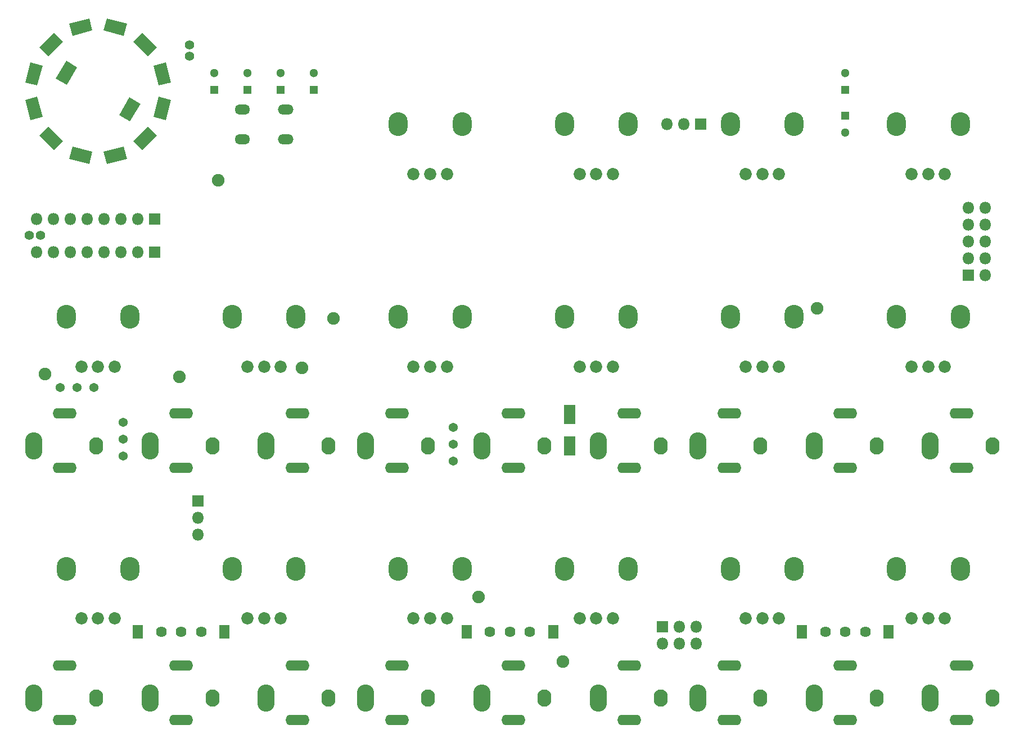
<source format=gts>
G04 #@! TF.FileFunction,Soldermask,Top*
%FSLAX46Y46*%
G04 Gerber Fmt 4.6, Leading zero omitted, Abs format (unit mm)*
G04 Created by KiCad (PCBNEW 4.0.2-stable) date 2018-01-25 5:15:59 PM*
%MOMM*%
G01*
G04 APERTURE LIST*
%ADD10C,0.200000*%
%ADD11C,1.400000*%
%ADD12O,2.600000X4.100000*%
%ADD13O,2.100000X2.600000*%
%ADD14O,3.600000X1.600000*%
%ADD15R,1.300000X1.300000*%
%ADD16C,1.300000*%
%ADD17R,1.800000X1.800000*%
%ADD18O,1.800000X1.800000*%
%ADD19C,1.624000*%
%ADD20R,1.600000X2.100000*%
%ADD21O,2.300000X1.500000*%
%ADD22O,2.350000X1.500000*%
%ADD23R,1.700000X2.900000*%
%ADD24C,1.900000*%
%ADD25O,2.900000X3.600000*%
%ADD26C,1.850000*%
%ADD27C,1.370000*%
G04 APERTURE END LIST*
D10*
D11*
X109248673Y-47057873D03*
X109248673Y-48757873D03*
X85100000Y-75750000D03*
X86800000Y-75750000D03*
D12*
X103300000Y-107500000D03*
D13*
X112700000Y-107500000D03*
D14*
X108000000Y-102600000D03*
X108000000Y-110800000D03*
D15*
X113000000Y-53770000D03*
D16*
X113000000Y-51230000D03*
D15*
X118000000Y-53770000D03*
D16*
X118000000Y-51230000D03*
D15*
X123000000Y-53770000D03*
D16*
X123000000Y-51230000D03*
D15*
X128000000Y-53770000D03*
D16*
X128000000Y-51230000D03*
D12*
X135800000Y-107500000D03*
D13*
X145200000Y-107500000D03*
D14*
X140500000Y-102600000D03*
X140500000Y-110800000D03*
D12*
X170800000Y-107500000D03*
D13*
X180200000Y-107500000D03*
D14*
X175500000Y-102600000D03*
X175500000Y-110800000D03*
D12*
X170800000Y-145500000D03*
D13*
X180200000Y-145500000D03*
D14*
X175500000Y-140600000D03*
X175500000Y-148800000D03*
D12*
X135800000Y-145500000D03*
D13*
X145200000Y-145500000D03*
D14*
X140500000Y-140600000D03*
X140500000Y-148800000D03*
D12*
X85800000Y-145500000D03*
D13*
X95200000Y-145500000D03*
D14*
X90500000Y-140600000D03*
X90500000Y-148800000D03*
D12*
X120800000Y-145500000D03*
D13*
X130200000Y-145500000D03*
D14*
X125500000Y-140600000D03*
X125500000Y-148800000D03*
D12*
X85800000Y-107500000D03*
D13*
X95200000Y-107500000D03*
D14*
X90500000Y-102600000D03*
X90500000Y-110800000D03*
D12*
X120800000Y-107500000D03*
D13*
X130200000Y-107500000D03*
D14*
X125500000Y-102600000D03*
X125500000Y-110800000D03*
D12*
X185800000Y-145500000D03*
D13*
X195200000Y-145500000D03*
D14*
X190500000Y-140600000D03*
X190500000Y-148800000D03*
D12*
X220800000Y-145500000D03*
D13*
X230200000Y-145500000D03*
D14*
X225500000Y-140600000D03*
X225500000Y-148800000D03*
D12*
X185800000Y-107500000D03*
D13*
X195200000Y-107500000D03*
D14*
X190500000Y-102600000D03*
X190500000Y-110800000D03*
D12*
X203300000Y-107500000D03*
D13*
X212700000Y-107500000D03*
D14*
X208000000Y-102600000D03*
X208000000Y-110800000D03*
D12*
X220800000Y-107500000D03*
D13*
X230200000Y-107500000D03*
D14*
X225500000Y-102600000D03*
X225500000Y-110800000D03*
D12*
X153300000Y-107500000D03*
D13*
X162700000Y-107500000D03*
D14*
X158000000Y-102600000D03*
X158000000Y-110800000D03*
D12*
X103300000Y-145500000D03*
D13*
X112700000Y-145500000D03*
D14*
X108000000Y-140600000D03*
X108000000Y-148800000D03*
D12*
X153300000Y-145500000D03*
D13*
X162700000Y-145500000D03*
D14*
X158000000Y-140600000D03*
X158000000Y-148800000D03*
D12*
X203300000Y-145500000D03*
D13*
X212700000Y-145500000D03*
D14*
X208000000Y-140600000D03*
X208000000Y-148800000D03*
D17*
X226500000Y-81750000D03*
D18*
X229040000Y-81750000D03*
X226500000Y-79210000D03*
X229040000Y-79210000D03*
X226500000Y-76670000D03*
X229040000Y-76670000D03*
X226500000Y-74130000D03*
X229040000Y-74130000D03*
X226500000Y-71590000D03*
X229040000Y-71590000D03*
D19*
X154500000Y-135500000D03*
X157500000Y-135500000D03*
X160500000Y-135500000D03*
D20*
X151000000Y-135500000D03*
X164000000Y-135500000D03*
D19*
X205000000Y-135500000D03*
X208000000Y-135500000D03*
X211000000Y-135500000D03*
D20*
X201500000Y-135500000D03*
X214500000Y-135500000D03*
D21*
X117250000Y-56750000D03*
X117250000Y-61250000D03*
D22*
X123750000Y-56750000D03*
X123750000Y-61250000D03*
D23*
X166500000Y-107500000D03*
D19*
X111000000Y-135500000D03*
X108000000Y-135500000D03*
X105000000Y-135500000D03*
D20*
X114500000Y-135500000D03*
X101500000Y-135500000D03*
D17*
X110500000Y-115750000D03*
D18*
X110500000Y-118290000D03*
X110500000Y-120830000D03*
D10*
G36*
X99341307Y-62341201D02*
X99833063Y-64176460D01*
X96838693Y-64978799D01*
X96346937Y-63143540D01*
X99341307Y-62341201D01*
X99341307Y-62341201D01*
G37*
G36*
X102994264Y-59302233D02*
X104337767Y-60645736D01*
X102145736Y-62837767D01*
X100802233Y-61494264D01*
X102994264Y-59302233D01*
X102994264Y-59302233D01*
G37*
G36*
X104643540Y-54846937D02*
X106478799Y-55338693D01*
X105676460Y-58333063D01*
X103841201Y-57841307D01*
X104643540Y-54846937D01*
X104643540Y-54846937D01*
G37*
G36*
X106478799Y-52661307D02*
X104643540Y-53153063D01*
X103841201Y-50158693D01*
X105676460Y-49666937D01*
X106478799Y-52661307D01*
X106478799Y-52661307D01*
G37*
G36*
X104337767Y-47354264D02*
X102994264Y-48697767D01*
X100802233Y-46505736D01*
X102145736Y-45162233D01*
X104337767Y-47354264D01*
X104337767Y-47354264D01*
G37*
G36*
X99833063Y-43823540D02*
X99341307Y-45658799D01*
X96346937Y-44856460D01*
X96838693Y-43021201D01*
X99833063Y-43823540D01*
X99833063Y-43823540D01*
G37*
G36*
X90692276Y-49432661D02*
X92337724Y-50382661D01*
X90787724Y-53067339D01*
X89142276Y-52117339D01*
X90692276Y-49432661D01*
X90692276Y-49432661D01*
G37*
G36*
X100212276Y-54932661D02*
X101857724Y-55882661D01*
X100307724Y-58567339D01*
X98662276Y-57617339D01*
X100212276Y-54932661D01*
X100212276Y-54932661D01*
G37*
G36*
X94653063Y-63143540D02*
X94161307Y-64978799D01*
X91166937Y-64176460D01*
X91658693Y-62341201D01*
X94653063Y-63143540D01*
X94653063Y-63143540D01*
G37*
G36*
X90197767Y-61494264D02*
X88854264Y-62837767D01*
X86662233Y-60645736D01*
X88005736Y-59302233D01*
X90197767Y-61494264D01*
X90197767Y-61494264D01*
G37*
G36*
X87158799Y-57841307D02*
X85323540Y-58333063D01*
X84521201Y-55338693D01*
X86356460Y-54846937D01*
X87158799Y-57841307D01*
X87158799Y-57841307D01*
G37*
G36*
X85323540Y-49666937D02*
X87158799Y-50158693D01*
X86356460Y-53153063D01*
X84521201Y-52661307D01*
X85323540Y-49666937D01*
X85323540Y-49666937D01*
G37*
G36*
X88854264Y-45162233D02*
X90197767Y-46505736D01*
X88005736Y-48697767D01*
X86662233Y-47354264D01*
X88854264Y-45162233D01*
X88854264Y-45162233D01*
G37*
G36*
X94161307Y-43021201D02*
X94653063Y-44856460D01*
X91658693Y-45658799D01*
X91166937Y-43823540D01*
X94161307Y-43021201D01*
X94161307Y-43021201D01*
G37*
D17*
X104000000Y-78250000D03*
D18*
X101460000Y-78250000D03*
X98920000Y-78250000D03*
X96380000Y-78250000D03*
X93840000Y-78250000D03*
X91300000Y-78250000D03*
X88760000Y-78250000D03*
X86220000Y-78250000D03*
D17*
X104000000Y-73250000D03*
D18*
X101460000Y-73250000D03*
X98920000Y-73250000D03*
X96380000Y-73250000D03*
X93840000Y-73250000D03*
X91300000Y-73250000D03*
X88760000Y-73250000D03*
X86220000Y-73250000D03*
D24*
X152750000Y-130250000D03*
X107700000Y-97050000D03*
X203750000Y-86750000D03*
X165500000Y-140000000D03*
D25*
X150300000Y-88000000D03*
X140700000Y-88000000D03*
D26*
X148000000Y-95500000D03*
X145500000Y-95500000D03*
X143000000Y-95500000D03*
D25*
X175300000Y-88000000D03*
X165700000Y-88000000D03*
D26*
X173000000Y-95500000D03*
X170500000Y-95500000D03*
X168000000Y-95500000D03*
D25*
X175300000Y-126000000D03*
X165700000Y-126000000D03*
D26*
X173000000Y-133500000D03*
X170500000Y-133500000D03*
X168000000Y-133500000D03*
D25*
X150300000Y-59000000D03*
X140700000Y-59000000D03*
D26*
X148000000Y-66500000D03*
X145500000Y-66500000D03*
X143000000Y-66500000D03*
D25*
X150300000Y-126000000D03*
X140700000Y-126000000D03*
D26*
X148000000Y-133500000D03*
X145500000Y-133500000D03*
X143000000Y-133500000D03*
D25*
X100300000Y-88000000D03*
X90700000Y-88000000D03*
D26*
X98000000Y-95500000D03*
X95500000Y-95500000D03*
X93000000Y-95500000D03*
D25*
X100300000Y-126000000D03*
X90700000Y-126000000D03*
D26*
X98000000Y-133500000D03*
X95500000Y-133500000D03*
X93000000Y-133500000D03*
D25*
X125300000Y-126000000D03*
X115700000Y-126000000D03*
D26*
X123000000Y-133500000D03*
X120500000Y-133500000D03*
X118000000Y-133500000D03*
D25*
X125300000Y-88000000D03*
X115700000Y-88000000D03*
D26*
X123000000Y-95500000D03*
X120500000Y-95500000D03*
X118000000Y-95500000D03*
D25*
X200300000Y-59000000D03*
X190700000Y-59000000D03*
D26*
X198000000Y-66500000D03*
X195500000Y-66500000D03*
X193000000Y-66500000D03*
D25*
X200300000Y-126000000D03*
X190700000Y-126000000D03*
D26*
X198000000Y-133500000D03*
X195500000Y-133500000D03*
X193000000Y-133500000D03*
D25*
X225300000Y-126000000D03*
X215700000Y-126000000D03*
D26*
X223000000Y-133500000D03*
X220500000Y-133500000D03*
X218000000Y-133500000D03*
D25*
X200300000Y-88000000D03*
X190700000Y-88000000D03*
D26*
X198000000Y-95500000D03*
X195500000Y-95500000D03*
X193000000Y-95500000D03*
D25*
X225300000Y-59000000D03*
X215700000Y-59000000D03*
D26*
X223000000Y-66500000D03*
X220500000Y-66500000D03*
X218000000Y-66500000D03*
D25*
X225300000Y-88000000D03*
X215700000Y-88000000D03*
D26*
X223000000Y-95500000D03*
X220500000Y-95500000D03*
X218000000Y-95500000D03*
D25*
X175300000Y-59000000D03*
X165700000Y-59000000D03*
D26*
X173000000Y-66500000D03*
X170500000Y-66500000D03*
X168000000Y-66500000D03*
D15*
X208000000Y-57730000D03*
D16*
X208000000Y-60270000D03*
D24*
X126200000Y-95700000D03*
X113600000Y-67400000D03*
X130900000Y-88300000D03*
D23*
X166500000Y-102700000D03*
D24*
X87500000Y-96600000D03*
D15*
X208000000Y-53770000D03*
D16*
X208000000Y-51230000D03*
D17*
X186250000Y-59000000D03*
D18*
X183710000Y-59000000D03*
X181170000Y-59000000D03*
D17*
X180500000Y-134750000D03*
D18*
X180500000Y-137290000D03*
X183040000Y-134750000D03*
X183040000Y-137290000D03*
X185580000Y-134750000D03*
X185580000Y-137290000D03*
D27*
X99250000Y-106500000D03*
X99250000Y-109040000D03*
X99250000Y-103960000D03*
X149000000Y-107250000D03*
X149000000Y-104710000D03*
X149000000Y-109790000D03*
X92320000Y-98700000D03*
X89780000Y-98700000D03*
X94860000Y-98700000D03*
M02*

</source>
